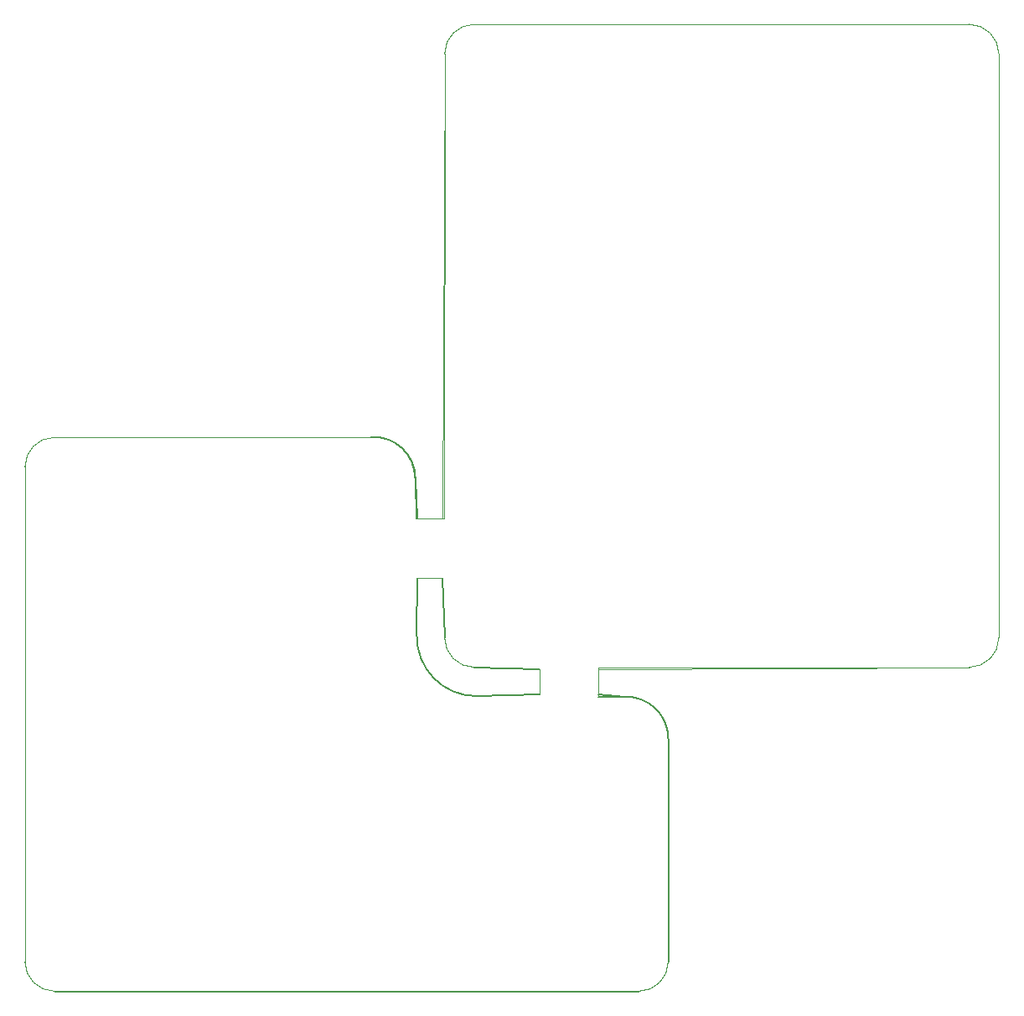
<source format=gbr>
%TF.GenerationSoftware,KiCad,Pcbnew,(6.0.5)*%
%TF.CreationDate,2022-06-30T10:33:31+03:00*%
%TF.ProjectId,VLC-both,564c432d-626f-4746-982e-6b696361645f,rev?*%
%TF.SameCoordinates,Original*%
%TF.FileFunction,Other,User*%
%FSLAX46Y46*%
G04 Gerber Fmt 4.6, Leading zero omitted, Abs format (unit mm)*
G04 Created by KiCad (PCBNEW (6.0.5)) date 2022-06-30 10:33:31*
%MOMM*%
%LPD*%
G01*
G04 APERTURE LIST*
%TA.AperFunction,Profile*%
%ADD10C,0.100000*%
%TD*%
%TA.AperFunction,Profile*%
%ADD11C,0.150000*%
%TD*%
%ADD12C,0.150000*%
%ADD13C,0.100000*%
%TA.AperFunction,Profile*%
%ADD14C,0.120000*%
%TD*%
%ADD15C,0.120000*%
G04 APERTURE END LIST*
D10*
X100521200Y-149547200D02*
X100521200Y-127000000D01*
X80923874Y-54801474D02*
G75*
G03*
X77923874Y-57801474I26J-3000026D01*
G01*
D11*
X74987317Y-100738067D02*
G75*
G03*
X70511792Y-96520004I-4225217J267D01*
G01*
X81077985Y-122705840D02*
X87495000Y-122515000D01*
X87495000Y-120015000D02*
X80923874Y-119801474D01*
X93495000Y-122515000D02*
X96045735Y-122781937D01*
D10*
X130923874Y-119801474D02*
G75*
G03*
X133923874Y-116801474I26J2999974D01*
G01*
X130923874Y-54801474D02*
X80923874Y-54801474D01*
X133923874Y-116801474D02*
X133923874Y-57801474D01*
D11*
X75125569Y-116622931D02*
G75*
G03*
X81077985Y-122705840I5993931J-88469D01*
G01*
D10*
X130923874Y-119801474D02*
X93495000Y-120015000D01*
D11*
X75125611Y-116622932D02*
X75184000Y-110732000D01*
D10*
X133923826Y-57801474D02*
G75*
G03*
X130923874Y-54801474I-2999926J74D01*
G01*
X77923926Y-116801474D02*
G75*
G03*
X80923874Y-119801474I2999974J-26D01*
G01*
D11*
X77684000Y-110732000D02*
X77923874Y-116801474D01*
D10*
X38521200Y-152547200D02*
X97521200Y-152547200D01*
X70511792Y-96520004D02*
X38516789Y-96551167D01*
X77684000Y-104732000D02*
X77923874Y-57801474D01*
X35521200Y-149547200D02*
G75*
G03*
X38521200Y-152547200I2999900J-100D01*
G01*
X97521200Y-152547200D02*
G75*
G03*
X100521200Y-149547200I0J3000000D01*
G01*
X35521200Y-149547200D02*
X35521200Y-99547200D01*
X38516789Y-96551170D02*
G75*
G03*
X35521200Y-99547200I11J-2995600D01*
G01*
D11*
X100521163Y-127000000D02*
G75*
G03*
X96045735Y-122781937I-4225463J0D01*
G01*
X74987257Y-100738067D02*
X75184000Y-104732000D01*
D12*
X100531781Y-127005200D02*
G75*
G03*
X96056335Y-122787137I-4225181J300D01*
G01*
X81077222Y-122706587D02*
X87495000Y-122515000D01*
D13*
X77900137Y-104724200D02*
X74980800Y-104724200D01*
X35531800Y-149552400D02*
G75*
G03*
X38531800Y-152552400I3000000J0D01*
G01*
X100531800Y-149552400D02*
X100531800Y-127005200D01*
D12*
X77684000Y-110732000D02*
X77934474Y-116806674D01*
X75124866Y-116623679D02*
G75*
G03*
X81077222Y-122706587I5996534J-85921D01*
G01*
D13*
X38527389Y-96556370D02*
G75*
G03*
X35531800Y-99552400I221J-2995810D01*
G01*
X80934474Y-54806674D02*
G75*
G03*
X77934474Y-57806674I26J-3000026D01*
G01*
X35531800Y-149552400D02*
X35531800Y-99552400D01*
X74940600Y-100711000D02*
X74980800Y-104724200D01*
X97531800Y-152552400D02*
G75*
G03*
X100531800Y-149552400I0J3000000D01*
G01*
X133934526Y-57806674D02*
G75*
G03*
X130934474Y-54806674I-3000026J-26D01*
G01*
X70511792Y-96520004D02*
X38527389Y-96556367D01*
X130934474Y-54806674D02*
X80934474Y-54806674D01*
X93482600Y-119793263D02*
X93482600Y-122787137D01*
X130934474Y-119806674D02*
G75*
G03*
X133934474Y-116806674I26J2999974D01*
G01*
X130934474Y-119806674D02*
X93482600Y-119793263D01*
X38531800Y-152552400D02*
X97531800Y-152552400D01*
X77934526Y-116806674D02*
G75*
G03*
X80934474Y-119806674I2999974J-26D01*
G01*
X77900137Y-104724200D02*
X77934474Y-57806674D01*
D12*
X74940599Y-100711000D02*
G75*
G03*
X70511792Y-96520004I-4181199J17100D01*
G01*
X87495000Y-120015000D02*
X80934474Y-119806674D01*
X75124848Y-116623679D02*
X75184000Y-110732000D01*
X93482600Y-122787137D02*
X96056335Y-122787137D01*
D13*
X133934474Y-116806674D02*
X133934474Y-57806674D01*
D14*
X75184000Y-104732000D02*
X77684000Y-104732000D01*
X75184000Y-110732000D02*
X77684000Y-110732000D01*
D15*
X75184000Y-104732000D02*
X75184000Y-104732000D01*
X75184000Y-110732000D02*
X77684000Y-110732000D01*
D14*
X87495000Y-120015000D02*
X87495000Y-122515000D01*
X93495000Y-120015000D02*
X93495000Y-122515000D01*
D15*
X87495000Y-120015000D02*
X87495000Y-122515000D01*
X93495000Y-120015000D02*
X93495000Y-120015000D01*
M02*

</source>
